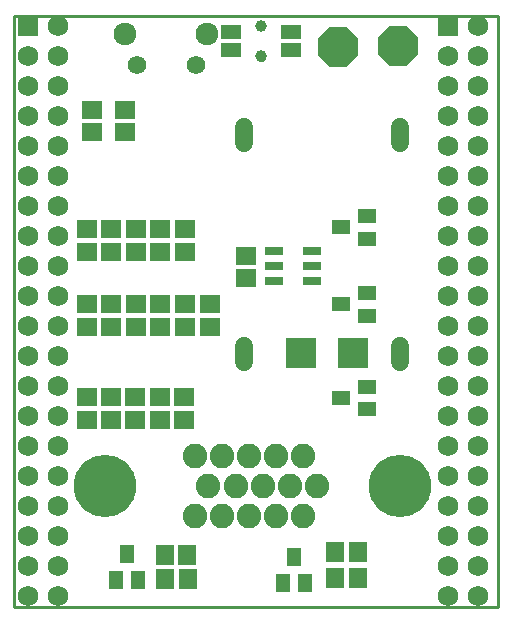
<source format=gbs>
G75*
%MOIN*%
%OFA0B0*%
%FSLAX24Y24*%
%IPPOS*%
%LPD*%
%AMOC8*
5,1,8,0,0,1.08239X$1,22.5*
%
%ADD10C,0.0100*%
%ADD11R,0.0631X0.0474*%
%ADD12R,0.0474X0.0631*%
%ADD13C,0.0680*%
%ADD14R,0.0680X0.0680*%
%ADD15R,0.0671X0.0592*%
%ADD16R,0.0592X0.0671*%
%ADD17R,0.0604X0.0289*%
%ADD18R,0.0690X0.0474*%
%ADD19C,0.0000*%
%ADD20C,0.0395*%
%ADD21C,0.0820*%
%ADD22C,0.2080*%
%ADD23C,0.0759*%
%ADD24C,0.0615*%
%ADD25C,0.0595*%
%ADD26OC8,0.1330*%
%ADD27R,0.1025X0.1025*%
D10*
X004503Y003075D02*
X004503Y022760D01*
X020645Y022760D01*
X020645Y003075D01*
X004503Y003075D01*
D11*
X015400Y010034D03*
X016267Y009660D03*
X016267Y010408D03*
X016267Y012778D03*
X016267Y013526D03*
X015400Y013152D03*
X016267Y015345D03*
X016267Y016093D03*
X015400Y015719D03*
D12*
X013853Y004742D03*
X013479Y003876D03*
X014227Y003876D03*
X008657Y003955D03*
X007909Y003955D03*
X008283Y004821D03*
D13*
X005995Y004442D03*
X004995Y004442D03*
X004995Y003442D03*
X005995Y003442D03*
X005995Y005442D03*
X005995Y006442D03*
X005995Y007442D03*
X005995Y008442D03*
X004995Y008442D03*
X004995Y007442D03*
X004995Y006442D03*
X004995Y005442D03*
X004995Y009442D03*
X004995Y010442D03*
X004995Y011442D03*
X005995Y011442D03*
X005995Y010442D03*
X005995Y009442D03*
X005995Y012442D03*
X005995Y013442D03*
X005995Y014442D03*
X005995Y015442D03*
X004995Y015442D03*
X004995Y014442D03*
X004995Y013442D03*
X004995Y012442D03*
X004995Y016442D03*
X004995Y017442D03*
X004995Y018442D03*
X004995Y019442D03*
X005995Y019442D03*
X005995Y018442D03*
X005995Y017442D03*
X005995Y016442D03*
X005995Y020442D03*
X005995Y021442D03*
X005995Y022442D03*
X004995Y021442D03*
X004995Y020442D03*
X018995Y020442D03*
X018995Y021442D03*
X019995Y021442D03*
X019995Y022442D03*
X019995Y020442D03*
X019995Y019442D03*
X018995Y019442D03*
X018995Y018442D03*
X019995Y018442D03*
X019995Y017442D03*
X018995Y017442D03*
X018995Y016442D03*
X019995Y016442D03*
X019995Y015442D03*
X018995Y015442D03*
X018995Y014442D03*
X019995Y014442D03*
X019995Y013442D03*
X018995Y013442D03*
X018995Y012442D03*
X019995Y012442D03*
X019995Y011442D03*
X018995Y011442D03*
X018995Y010442D03*
X019995Y010442D03*
X019995Y009442D03*
X018995Y009442D03*
X018995Y008442D03*
X019995Y008442D03*
X019995Y007442D03*
X018995Y007442D03*
X018995Y006442D03*
X019995Y006442D03*
X019995Y005442D03*
X018995Y005442D03*
X018995Y004442D03*
X019995Y004442D03*
X019995Y003442D03*
X018995Y003442D03*
D14*
X018995Y022442D03*
X004995Y022442D03*
D15*
X007127Y019630D03*
X007127Y018882D03*
X008230Y018883D03*
X008230Y019631D03*
X008568Y015659D03*
X008568Y014911D03*
X009387Y014911D03*
X009387Y015659D03*
X010214Y015659D03*
X010214Y014911D03*
X010214Y013159D03*
X011033Y013159D03*
X011033Y012411D03*
X010214Y012411D03*
X009387Y012411D03*
X008568Y012411D03*
X008568Y013159D03*
X009387Y013159D03*
X007757Y013159D03*
X006954Y013159D03*
X006954Y012411D03*
X007757Y012411D03*
X007741Y010049D03*
X007741Y009301D03*
X006954Y009301D03*
X006954Y010049D03*
X008544Y010049D03*
X008544Y009301D03*
X009371Y009301D03*
X009371Y010049D03*
X010174Y010049D03*
X010174Y009301D03*
X012254Y014018D03*
X012254Y014766D03*
X007757Y014911D03*
X007757Y015659D03*
X006954Y015659D03*
X006954Y014911D03*
D16*
X009548Y004790D03*
X010296Y004790D03*
X010297Y003988D03*
X009549Y003988D03*
X015218Y004027D03*
X015966Y004027D03*
X015965Y004882D03*
X015217Y004882D03*
D17*
X014437Y013936D03*
X014437Y014436D03*
X014437Y014936D03*
X013177Y014936D03*
X013177Y014436D03*
X013177Y013936D03*
D18*
X013733Y021633D03*
X013733Y022224D03*
X011745Y022224D03*
X011745Y021633D03*
D19*
X012582Y021417D02*
X012584Y021442D01*
X012590Y021466D01*
X012599Y021488D01*
X012612Y021509D01*
X012628Y021528D01*
X012647Y021544D01*
X012668Y021557D01*
X012690Y021566D01*
X012714Y021572D01*
X012739Y021574D01*
X012764Y021572D01*
X012788Y021566D01*
X012810Y021557D01*
X012831Y021544D01*
X012850Y021528D01*
X012866Y021509D01*
X012879Y021488D01*
X012888Y021466D01*
X012894Y021442D01*
X012896Y021417D01*
X012894Y021392D01*
X012888Y021368D01*
X012879Y021346D01*
X012866Y021325D01*
X012850Y021306D01*
X012831Y021290D01*
X012810Y021277D01*
X012788Y021268D01*
X012764Y021262D01*
X012739Y021260D01*
X012714Y021262D01*
X012690Y021268D01*
X012668Y021277D01*
X012647Y021290D01*
X012628Y021306D01*
X012612Y021325D01*
X012599Y021346D01*
X012590Y021368D01*
X012584Y021392D01*
X012582Y021417D01*
X012582Y022440D02*
X012584Y022465D01*
X012590Y022489D01*
X012599Y022511D01*
X012612Y022532D01*
X012628Y022551D01*
X012647Y022567D01*
X012668Y022580D01*
X012690Y022589D01*
X012714Y022595D01*
X012739Y022597D01*
X012764Y022595D01*
X012788Y022589D01*
X012810Y022580D01*
X012831Y022567D01*
X012850Y022551D01*
X012866Y022532D01*
X012879Y022511D01*
X012888Y022489D01*
X012894Y022465D01*
X012896Y022440D01*
X012894Y022415D01*
X012888Y022391D01*
X012879Y022369D01*
X012866Y022348D01*
X012850Y022329D01*
X012831Y022313D01*
X012810Y022300D01*
X012788Y022291D01*
X012764Y022285D01*
X012739Y022283D01*
X012714Y022285D01*
X012690Y022291D01*
X012668Y022300D01*
X012647Y022313D01*
X012628Y022329D01*
X012612Y022348D01*
X012599Y022369D01*
X012590Y022391D01*
X012584Y022415D01*
X012582Y022440D01*
D20*
X012739Y022440D03*
X012739Y021417D03*
D21*
X012351Y008096D03*
X011449Y008096D03*
X010548Y008096D03*
X010996Y007096D03*
X011898Y007096D03*
X012800Y007096D03*
X013701Y007096D03*
X014603Y007096D03*
X014154Y008096D03*
X013252Y008096D03*
X013252Y006096D03*
X012351Y006096D03*
X011449Y006096D03*
X010548Y006096D03*
X014154Y006096D03*
D22*
X017374Y007096D03*
X007532Y007096D03*
D23*
X008204Y022170D03*
X010960Y022170D03*
D24*
X010566Y021136D03*
X008598Y021136D03*
D25*
X012186Y019049D02*
X012186Y018534D01*
X017386Y018534D02*
X017386Y019049D01*
X017386Y011749D02*
X017386Y011234D01*
X012186Y011234D02*
X012186Y011749D01*
D26*
X015330Y021737D03*
X017298Y021776D03*
D27*
X015802Y011540D03*
X014070Y011540D03*
M02*

</source>
